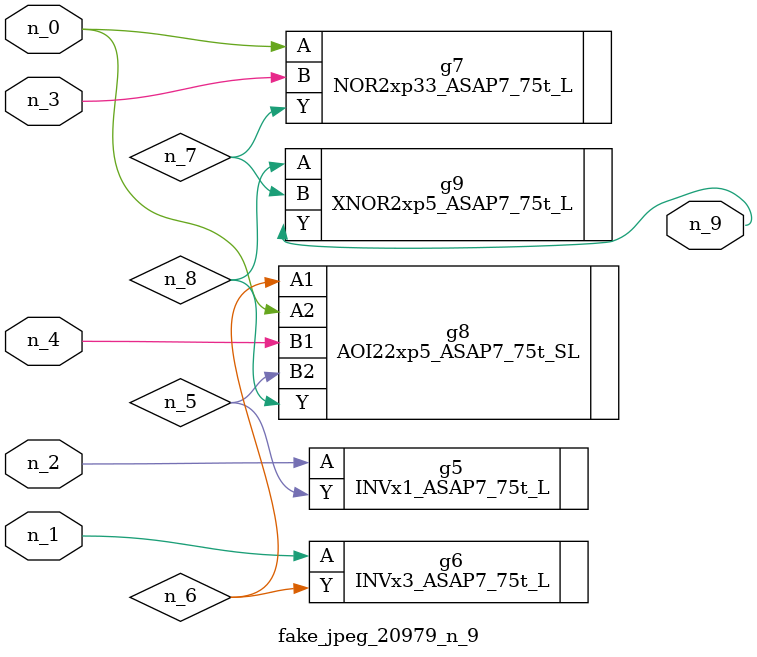
<source format=v>
module fake_jpeg_20979_n_9 (n_3, n_2, n_1, n_0, n_4, n_9);

input n_3;
input n_2;
input n_1;
input n_0;
input n_4;

output n_9;

wire n_8;
wire n_6;
wire n_5;
wire n_7;

INVx1_ASAP7_75t_L g5 ( 
.A(n_2),
.Y(n_5)
);

INVx3_ASAP7_75t_L g6 ( 
.A(n_1),
.Y(n_6)
);

NOR2xp33_ASAP7_75t_L g7 ( 
.A(n_0),
.B(n_3),
.Y(n_7)
);

AOI22xp5_ASAP7_75t_SL g8 ( 
.A1(n_6),
.A2(n_0),
.B1(n_4),
.B2(n_5),
.Y(n_8)
);

XNOR2xp5_ASAP7_75t_L g9 ( 
.A(n_8),
.B(n_7),
.Y(n_9)
);


endmodule
</source>
